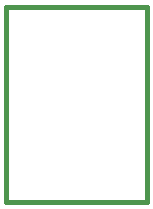
<source format=gko>
%FSLAX33Y33*%
%MOMM*%
%ADD10C,0.381*%
D10*
%LNpath-0*%
G01*
X0Y0D02*
X11938Y0D01*
X11938Y16510*
X0Y16510*
X0Y0*
%LNmechanical details_traces*%
M02*
</source>
